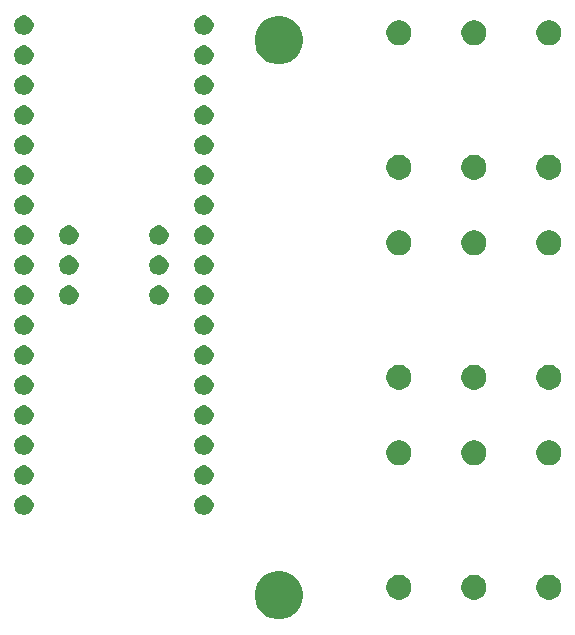
<source format=gbr>
G04 #@! TF.GenerationSoftware,KiCad,Pcbnew,5.1.5-52549c5~84~ubuntu18.04.1*
G04 #@! TF.CreationDate,2020-03-07T09:10:50-05:00*
G04 #@! TF.ProjectId,pedal-controller,70656461-6c2d-4636-9f6e-74726f6c6c65,rev?*
G04 #@! TF.SameCoordinates,Original*
G04 #@! TF.FileFunction,Soldermask,Top*
G04 #@! TF.FilePolarity,Negative*
%FSLAX46Y46*%
G04 Gerber Fmt 4.6, Leading zero omitted, Abs format (unit mm)*
G04 Created by KiCad (PCBNEW 5.1.5-52549c5~84~ubuntu18.04.1) date 2020-03-07 09:10:50*
%MOMM*%
%LPD*%
G04 APERTURE LIST*
%ADD10C,0.100000*%
G04 APERTURE END LIST*
D10*
G36*
X145378254Y-104707818D02*
G01*
X145751511Y-104862426D01*
X145751513Y-104862427D01*
X146087436Y-105086884D01*
X146373116Y-105372564D01*
X146479760Y-105532167D01*
X146597574Y-105708489D01*
X146752182Y-106081746D01*
X146831000Y-106477993D01*
X146831000Y-106882007D01*
X146752182Y-107278254D01*
X146597574Y-107651511D01*
X146597573Y-107651513D01*
X146373116Y-107987436D01*
X146087436Y-108273116D01*
X145751513Y-108497573D01*
X145751512Y-108497574D01*
X145751511Y-108497574D01*
X145378254Y-108652182D01*
X144982007Y-108731000D01*
X144577993Y-108731000D01*
X144181746Y-108652182D01*
X143808489Y-108497574D01*
X143808488Y-108497574D01*
X143808487Y-108497573D01*
X143472564Y-108273116D01*
X143186884Y-107987436D01*
X142962427Y-107651513D01*
X142962426Y-107651511D01*
X142807818Y-107278254D01*
X142729000Y-106882007D01*
X142729000Y-106477993D01*
X142807818Y-106081746D01*
X142962426Y-105708489D01*
X143080241Y-105532167D01*
X143186884Y-105372564D01*
X143472564Y-105086884D01*
X143808487Y-104862427D01*
X143808489Y-104862426D01*
X144181746Y-104707818D01*
X144577993Y-104629000D01*
X144982007Y-104629000D01*
X145378254Y-104707818D01*
G37*
G36*
X167946564Y-105019389D02*
G01*
X168137833Y-105098615D01*
X168137835Y-105098616D01*
X168309973Y-105213635D01*
X168456365Y-105360027D01*
X168571385Y-105532167D01*
X168650611Y-105723436D01*
X168691000Y-105926484D01*
X168691000Y-106133516D01*
X168650611Y-106336564D01*
X168592029Y-106477993D01*
X168571384Y-106527835D01*
X168456365Y-106699973D01*
X168309973Y-106846365D01*
X168137835Y-106961384D01*
X168137834Y-106961385D01*
X168137833Y-106961385D01*
X167946564Y-107040611D01*
X167743516Y-107081000D01*
X167536484Y-107081000D01*
X167333436Y-107040611D01*
X167142167Y-106961385D01*
X167142166Y-106961385D01*
X167142165Y-106961384D01*
X166970027Y-106846365D01*
X166823635Y-106699973D01*
X166708616Y-106527835D01*
X166687971Y-106477993D01*
X166629389Y-106336564D01*
X166589000Y-106133516D01*
X166589000Y-105926484D01*
X166629389Y-105723436D01*
X166708615Y-105532167D01*
X166823635Y-105360027D01*
X166970027Y-105213635D01*
X167142165Y-105098616D01*
X167142167Y-105098615D01*
X167333436Y-105019389D01*
X167536484Y-104979000D01*
X167743516Y-104979000D01*
X167946564Y-105019389D01*
G37*
G36*
X155246564Y-105019389D02*
G01*
X155437833Y-105098615D01*
X155437835Y-105098616D01*
X155609973Y-105213635D01*
X155756365Y-105360027D01*
X155871385Y-105532167D01*
X155950611Y-105723436D01*
X155991000Y-105926484D01*
X155991000Y-106133516D01*
X155950611Y-106336564D01*
X155892029Y-106477993D01*
X155871384Y-106527835D01*
X155756365Y-106699973D01*
X155609973Y-106846365D01*
X155437835Y-106961384D01*
X155437834Y-106961385D01*
X155437833Y-106961385D01*
X155246564Y-107040611D01*
X155043516Y-107081000D01*
X154836484Y-107081000D01*
X154633436Y-107040611D01*
X154442167Y-106961385D01*
X154442166Y-106961385D01*
X154442165Y-106961384D01*
X154270027Y-106846365D01*
X154123635Y-106699973D01*
X154008616Y-106527835D01*
X153987971Y-106477993D01*
X153929389Y-106336564D01*
X153889000Y-106133516D01*
X153889000Y-105926484D01*
X153929389Y-105723436D01*
X154008615Y-105532167D01*
X154123635Y-105360027D01*
X154270027Y-105213635D01*
X154442165Y-105098616D01*
X154442167Y-105098615D01*
X154633436Y-105019389D01*
X154836484Y-104979000D01*
X155043516Y-104979000D01*
X155246564Y-105019389D01*
G37*
G36*
X161596564Y-105019389D02*
G01*
X161787833Y-105098615D01*
X161787835Y-105098616D01*
X161959973Y-105213635D01*
X162106365Y-105360027D01*
X162221385Y-105532167D01*
X162300611Y-105723436D01*
X162341000Y-105926484D01*
X162341000Y-106133516D01*
X162300611Y-106336564D01*
X162242029Y-106477993D01*
X162221384Y-106527835D01*
X162106365Y-106699973D01*
X161959973Y-106846365D01*
X161787835Y-106961384D01*
X161787834Y-106961385D01*
X161787833Y-106961385D01*
X161596564Y-107040611D01*
X161393516Y-107081000D01*
X161186484Y-107081000D01*
X160983436Y-107040611D01*
X160792167Y-106961385D01*
X160792166Y-106961385D01*
X160792165Y-106961384D01*
X160620027Y-106846365D01*
X160473635Y-106699973D01*
X160358616Y-106527835D01*
X160337971Y-106477993D01*
X160279389Y-106336564D01*
X160239000Y-106133516D01*
X160239000Y-105926484D01*
X160279389Y-105723436D01*
X160358615Y-105532167D01*
X160473635Y-105360027D01*
X160620027Y-105213635D01*
X160792165Y-105098616D01*
X160792167Y-105098615D01*
X160983436Y-105019389D01*
X161186484Y-104979000D01*
X161393516Y-104979000D01*
X161596564Y-105019389D01*
G37*
G36*
X138667142Y-98278242D02*
G01*
X138815101Y-98339529D01*
X138948255Y-98428499D01*
X139061501Y-98541745D01*
X139150471Y-98674899D01*
X139211758Y-98822858D01*
X139243000Y-98979925D01*
X139243000Y-99140075D01*
X139211758Y-99297142D01*
X139150471Y-99445101D01*
X139061501Y-99578255D01*
X138948255Y-99691501D01*
X138815101Y-99780471D01*
X138667142Y-99841758D01*
X138510075Y-99873000D01*
X138349925Y-99873000D01*
X138192858Y-99841758D01*
X138044899Y-99780471D01*
X137911745Y-99691501D01*
X137798499Y-99578255D01*
X137709529Y-99445101D01*
X137648242Y-99297142D01*
X137617000Y-99140075D01*
X137617000Y-98979925D01*
X137648242Y-98822858D01*
X137709529Y-98674899D01*
X137798499Y-98541745D01*
X137911745Y-98428499D01*
X138044899Y-98339529D01*
X138192858Y-98278242D01*
X138349925Y-98247000D01*
X138510075Y-98247000D01*
X138667142Y-98278242D01*
G37*
G36*
X123427142Y-98278242D02*
G01*
X123575101Y-98339529D01*
X123708255Y-98428499D01*
X123821501Y-98541745D01*
X123910471Y-98674899D01*
X123971758Y-98822858D01*
X124003000Y-98979925D01*
X124003000Y-99140075D01*
X123971758Y-99297142D01*
X123910471Y-99445101D01*
X123821501Y-99578255D01*
X123708255Y-99691501D01*
X123575101Y-99780471D01*
X123427142Y-99841758D01*
X123270075Y-99873000D01*
X123109925Y-99873000D01*
X122952858Y-99841758D01*
X122804899Y-99780471D01*
X122671745Y-99691501D01*
X122558499Y-99578255D01*
X122469529Y-99445101D01*
X122408242Y-99297142D01*
X122377000Y-99140075D01*
X122377000Y-98979925D01*
X122408242Y-98822858D01*
X122469529Y-98674899D01*
X122558499Y-98541745D01*
X122671745Y-98428499D01*
X122804899Y-98339529D01*
X122952858Y-98278242D01*
X123109925Y-98247000D01*
X123270075Y-98247000D01*
X123427142Y-98278242D01*
G37*
G36*
X123427142Y-95738242D02*
G01*
X123575101Y-95799529D01*
X123708255Y-95888499D01*
X123821501Y-96001745D01*
X123910471Y-96134899D01*
X123971758Y-96282858D01*
X124003000Y-96439925D01*
X124003000Y-96600075D01*
X123971758Y-96757142D01*
X123910471Y-96905101D01*
X123821501Y-97038255D01*
X123708255Y-97151501D01*
X123575101Y-97240471D01*
X123427142Y-97301758D01*
X123270075Y-97333000D01*
X123109925Y-97333000D01*
X122952858Y-97301758D01*
X122804899Y-97240471D01*
X122671745Y-97151501D01*
X122558499Y-97038255D01*
X122469529Y-96905101D01*
X122408242Y-96757142D01*
X122377000Y-96600075D01*
X122377000Y-96439925D01*
X122408242Y-96282858D01*
X122469529Y-96134899D01*
X122558499Y-96001745D01*
X122671745Y-95888499D01*
X122804899Y-95799529D01*
X122952858Y-95738242D01*
X123109925Y-95707000D01*
X123270075Y-95707000D01*
X123427142Y-95738242D01*
G37*
G36*
X138667142Y-95738242D02*
G01*
X138815101Y-95799529D01*
X138948255Y-95888499D01*
X139061501Y-96001745D01*
X139150471Y-96134899D01*
X139211758Y-96282858D01*
X139243000Y-96439925D01*
X139243000Y-96600075D01*
X139211758Y-96757142D01*
X139150471Y-96905101D01*
X139061501Y-97038255D01*
X138948255Y-97151501D01*
X138815101Y-97240471D01*
X138667142Y-97301758D01*
X138510075Y-97333000D01*
X138349925Y-97333000D01*
X138192858Y-97301758D01*
X138044899Y-97240471D01*
X137911745Y-97151501D01*
X137798499Y-97038255D01*
X137709529Y-96905101D01*
X137648242Y-96757142D01*
X137617000Y-96600075D01*
X137617000Y-96439925D01*
X137648242Y-96282858D01*
X137709529Y-96134899D01*
X137798499Y-96001745D01*
X137911745Y-95888499D01*
X138044899Y-95799529D01*
X138192858Y-95738242D01*
X138349925Y-95707000D01*
X138510075Y-95707000D01*
X138667142Y-95738242D01*
G37*
G36*
X167946564Y-93619389D02*
G01*
X168137833Y-93698615D01*
X168137835Y-93698616D01*
X168309973Y-93813635D01*
X168456365Y-93960027D01*
X168571385Y-94132167D01*
X168650611Y-94323436D01*
X168691000Y-94526484D01*
X168691000Y-94733516D01*
X168650611Y-94936564D01*
X168571385Y-95127833D01*
X168571384Y-95127835D01*
X168456365Y-95299973D01*
X168309973Y-95446365D01*
X168137835Y-95561384D01*
X168137834Y-95561385D01*
X168137833Y-95561385D01*
X167946564Y-95640611D01*
X167743516Y-95681000D01*
X167536484Y-95681000D01*
X167333436Y-95640611D01*
X167142167Y-95561385D01*
X167142166Y-95561385D01*
X167142165Y-95561384D01*
X166970027Y-95446365D01*
X166823635Y-95299973D01*
X166708616Y-95127835D01*
X166708615Y-95127833D01*
X166629389Y-94936564D01*
X166589000Y-94733516D01*
X166589000Y-94526484D01*
X166629389Y-94323436D01*
X166708615Y-94132167D01*
X166823635Y-93960027D01*
X166970027Y-93813635D01*
X167142165Y-93698616D01*
X167142167Y-93698615D01*
X167333436Y-93619389D01*
X167536484Y-93579000D01*
X167743516Y-93579000D01*
X167946564Y-93619389D01*
G37*
G36*
X161596564Y-93619389D02*
G01*
X161787833Y-93698615D01*
X161787835Y-93698616D01*
X161959973Y-93813635D01*
X162106365Y-93960027D01*
X162221385Y-94132167D01*
X162300611Y-94323436D01*
X162341000Y-94526484D01*
X162341000Y-94733516D01*
X162300611Y-94936564D01*
X162221385Y-95127833D01*
X162221384Y-95127835D01*
X162106365Y-95299973D01*
X161959973Y-95446365D01*
X161787835Y-95561384D01*
X161787834Y-95561385D01*
X161787833Y-95561385D01*
X161596564Y-95640611D01*
X161393516Y-95681000D01*
X161186484Y-95681000D01*
X160983436Y-95640611D01*
X160792167Y-95561385D01*
X160792166Y-95561385D01*
X160792165Y-95561384D01*
X160620027Y-95446365D01*
X160473635Y-95299973D01*
X160358616Y-95127835D01*
X160358615Y-95127833D01*
X160279389Y-94936564D01*
X160239000Y-94733516D01*
X160239000Y-94526484D01*
X160279389Y-94323436D01*
X160358615Y-94132167D01*
X160473635Y-93960027D01*
X160620027Y-93813635D01*
X160792165Y-93698616D01*
X160792167Y-93698615D01*
X160983436Y-93619389D01*
X161186484Y-93579000D01*
X161393516Y-93579000D01*
X161596564Y-93619389D01*
G37*
G36*
X155246564Y-93619389D02*
G01*
X155437833Y-93698615D01*
X155437835Y-93698616D01*
X155609973Y-93813635D01*
X155756365Y-93960027D01*
X155871385Y-94132167D01*
X155950611Y-94323436D01*
X155991000Y-94526484D01*
X155991000Y-94733516D01*
X155950611Y-94936564D01*
X155871385Y-95127833D01*
X155871384Y-95127835D01*
X155756365Y-95299973D01*
X155609973Y-95446365D01*
X155437835Y-95561384D01*
X155437834Y-95561385D01*
X155437833Y-95561385D01*
X155246564Y-95640611D01*
X155043516Y-95681000D01*
X154836484Y-95681000D01*
X154633436Y-95640611D01*
X154442167Y-95561385D01*
X154442166Y-95561385D01*
X154442165Y-95561384D01*
X154270027Y-95446365D01*
X154123635Y-95299973D01*
X154008616Y-95127835D01*
X154008615Y-95127833D01*
X153929389Y-94936564D01*
X153889000Y-94733516D01*
X153889000Y-94526484D01*
X153929389Y-94323436D01*
X154008615Y-94132167D01*
X154123635Y-93960027D01*
X154270027Y-93813635D01*
X154442165Y-93698616D01*
X154442167Y-93698615D01*
X154633436Y-93619389D01*
X154836484Y-93579000D01*
X155043516Y-93579000D01*
X155246564Y-93619389D01*
G37*
G36*
X123427142Y-93198242D02*
G01*
X123575101Y-93259529D01*
X123708255Y-93348499D01*
X123821501Y-93461745D01*
X123910471Y-93594899D01*
X123971758Y-93742858D01*
X124003000Y-93899925D01*
X124003000Y-94060075D01*
X123971758Y-94217142D01*
X123910471Y-94365101D01*
X123821501Y-94498255D01*
X123708255Y-94611501D01*
X123575101Y-94700471D01*
X123427142Y-94761758D01*
X123270075Y-94793000D01*
X123109925Y-94793000D01*
X122952858Y-94761758D01*
X122804899Y-94700471D01*
X122671745Y-94611501D01*
X122558499Y-94498255D01*
X122469529Y-94365101D01*
X122408242Y-94217142D01*
X122377000Y-94060075D01*
X122377000Y-93899925D01*
X122408242Y-93742858D01*
X122469529Y-93594899D01*
X122558499Y-93461745D01*
X122671745Y-93348499D01*
X122804899Y-93259529D01*
X122952858Y-93198242D01*
X123109925Y-93167000D01*
X123270075Y-93167000D01*
X123427142Y-93198242D01*
G37*
G36*
X138667142Y-93198242D02*
G01*
X138815101Y-93259529D01*
X138948255Y-93348499D01*
X139061501Y-93461745D01*
X139150471Y-93594899D01*
X139211758Y-93742858D01*
X139243000Y-93899925D01*
X139243000Y-94060075D01*
X139211758Y-94217142D01*
X139150471Y-94365101D01*
X139061501Y-94498255D01*
X138948255Y-94611501D01*
X138815101Y-94700471D01*
X138667142Y-94761758D01*
X138510075Y-94793000D01*
X138349925Y-94793000D01*
X138192858Y-94761758D01*
X138044899Y-94700471D01*
X137911745Y-94611501D01*
X137798499Y-94498255D01*
X137709529Y-94365101D01*
X137648242Y-94217142D01*
X137617000Y-94060075D01*
X137617000Y-93899925D01*
X137648242Y-93742858D01*
X137709529Y-93594899D01*
X137798499Y-93461745D01*
X137911745Y-93348499D01*
X138044899Y-93259529D01*
X138192858Y-93198242D01*
X138349925Y-93167000D01*
X138510075Y-93167000D01*
X138667142Y-93198242D01*
G37*
G36*
X123427142Y-90658242D02*
G01*
X123575101Y-90719529D01*
X123708255Y-90808499D01*
X123821501Y-90921745D01*
X123910471Y-91054899D01*
X123971758Y-91202858D01*
X124003000Y-91359925D01*
X124003000Y-91520075D01*
X123971758Y-91677142D01*
X123910471Y-91825101D01*
X123821501Y-91958255D01*
X123708255Y-92071501D01*
X123575101Y-92160471D01*
X123427142Y-92221758D01*
X123270075Y-92253000D01*
X123109925Y-92253000D01*
X122952858Y-92221758D01*
X122804899Y-92160471D01*
X122671745Y-92071501D01*
X122558499Y-91958255D01*
X122469529Y-91825101D01*
X122408242Y-91677142D01*
X122377000Y-91520075D01*
X122377000Y-91359925D01*
X122408242Y-91202858D01*
X122469529Y-91054899D01*
X122558499Y-90921745D01*
X122671745Y-90808499D01*
X122804899Y-90719529D01*
X122952858Y-90658242D01*
X123109925Y-90627000D01*
X123270075Y-90627000D01*
X123427142Y-90658242D01*
G37*
G36*
X138667142Y-90658242D02*
G01*
X138815101Y-90719529D01*
X138948255Y-90808499D01*
X139061501Y-90921745D01*
X139150471Y-91054899D01*
X139211758Y-91202858D01*
X139243000Y-91359925D01*
X139243000Y-91520075D01*
X139211758Y-91677142D01*
X139150471Y-91825101D01*
X139061501Y-91958255D01*
X138948255Y-92071501D01*
X138815101Y-92160471D01*
X138667142Y-92221758D01*
X138510075Y-92253000D01*
X138349925Y-92253000D01*
X138192858Y-92221758D01*
X138044899Y-92160471D01*
X137911745Y-92071501D01*
X137798499Y-91958255D01*
X137709529Y-91825101D01*
X137648242Y-91677142D01*
X137617000Y-91520075D01*
X137617000Y-91359925D01*
X137648242Y-91202858D01*
X137709529Y-91054899D01*
X137798499Y-90921745D01*
X137911745Y-90808499D01*
X138044899Y-90719529D01*
X138192858Y-90658242D01*
X138349925Y-90627000D01*
X138510075Y-90627000D01*
X138667142Y-90658242D01*
G37*
G36*
X138667142Y-88118242D02*
G01*
X138815101Y-88179529D01*
X138948255Y-88268499D01*
X139061501Y-88381745D01*
X139150471Y-88514899D01*
X139211758Y-88662858D01*
X139243000Y-88819925D01*
X139243000Y-88980075D01*
X139211758Y-89137142D01*
X139150471Y-89285101D01*
X139061501Y-89418255D01*
X138948255Y-89531501D01*
X138815101Y-89620471D01*
X138667142Y-89681758D01*
X138510075Y-89713000D01*
X138349925Y-89713000D01*
X138192858Y-89681758D01*
X138044899Y-89620471D01*
X137911745Y-89531501D01*
X137798499Y-89418255D01*
X137709529Y-89285101D01*
X137648242Y-89137142D01*
X137617000Y-88980075D01*
X137617000Y-88819925D01*
X137648242Y-88662858D01*
X137709529Y-88514899D01*
X137798499Y-88381745D01*
X137911745Y-88268499D01*
X138044899Y-88179529D01*
X138192858Y-88118242D01*
X138349925Y-88087000D01*
X138510075Y-88087000D01*
X138667142Y-88118242D01*
G37*
G36*
X123427142Y-88118242D02*
G01*
X123575101Y-88179529D01*
X123708255Y-88268499D01*
X123821501Y-88381745D01*
X123910471Y-88514899D01*
X123971758Y-88662858D01*
X124003000Y-88819925D01*
X124003000Y-88980075D01*
X123971758Y-89137142D01*
X123910471Y-89285101D01*
X123821501Y-89418255D01*
X123708255Y-89531501D01*
X123575101Y-89620471D01*
X123427142Y-89681758D01*
X123270075Y-89713000D01*
X123109925Y-89713000D01*
X122952858Y-89681758D01*
X122804899Y-89620471D01*
X122671745Y-89531501D01*
X122558499Y-89418255D01*
X122469529Y-89285101D01*
X122408242Y-89137142D01*
X122377000Y-88980075D01*
X122377000Y-88819925D01*
X122408242Y-88662858D01*
X122469529Y-88514899D01*
X122558499Y-88381745D01*
X122671745Y-88268499D01*
X122804899Y-88179529D01*
X122952858Y-88118242D01*
X123109925Y-88087000D01*
X123270075Y-88087000D01*
X123427142Y-88118242D01*
G37*
G36*
X161596564Y-87239389D02*
G01*
X161787833Y-87318615D01*
X161787835Y-87318616D01*
X161959973Y-87433635D01*
X162106365Y-87580027D01*
X162221385Y-87752167D01*
X162300611Y-87943436D01*
X162341000Y-88146484D01*
X162341000Y-88353516D01*
X162300611Y-88556564D01*
X162221385Y-88747833D01*
X162221384Y-88747835D01*
X162106365Y-88919973D01*
X161959973Y-89066365D01*
X161787835Y-89181384D01*
X161787834Y-89181385D01*
X161787833Y-89181385D01*
X161596564Y-89260611D01*
X161393516Y-89301000D01*
X161186484Y-89301000D01*
X160983436Y-89260611D01*
X160792167Y-89181385D01*
X160792166Y-89181385D01*
X160792165Y-89181384D01*
X160620027Y-89066365D01*
X160473635Y-88919973D01*
X160358616Y-88747835D01*
X160358615Y-88747833D01*
X160279389Y-88556564D01*
X160239000Y-88353516D01*
X160239000Y-88146484D01*
X160279389Y-87943436D01*
X160358615Y-87752167D01*
X160473635Y-87580027D01*
X160620027Y-87433635D01*
X160792165Y-87318616D01*
X160792167Y-87318615D01*
X160983436Y-87239389D01*
X161186484Y-87199000D01*
X161393516Y-87199000D01*
X161596564Y-87239389D01*
G37*
G36*
X167946564Y-87239389D02*
G01*
X168137833Y-87318615D01*
X168137835Y-87318616D01*
X168309973Y-87433635D01*
X168456365Y-87580027D01*
X168571385Y-87752167D01*
X168650611Y-87943436D01*
X168691000Y-88146484D01*
X168691000Y-88353516D01*
X168650611Y-88556564D01*
X168571385Y-88747833D01*
X168571384Y-88747835D01*
X168456365Y-88919973D01*
X168309973Y-89066365D01*
X168137835Y-89181384D01*
X168137834Y-89181385D01*
X168137833Y-89181385D01*
X167946564Y-89260611D01*
X167743516Y-89301000D01*
X167536484Y-89301000D01*
X167333436Y-89260611D01*
X167142167Y-89181385D01*
X167142166Y-89181385D01*
X167142165Y-89181384D01*
X166970027Y-89066365D01*
X166823635Y-88919973D01*
X166708616Y-88747835D01*
X166708615Y-88747833D01*
X166629389Y-88556564D01*
X166589000Y-88353516D01*
X166589000Y-88146484D01*
X166629389Y-87943436D01*
X166708615Y-87752167D01*
X166823635Y-87580027D01*
X166970027Y-87433635D01*
X167142165Y-87318616D01*
X167142167Y-87318615D01*
X167333436Y-87239389D01*
X167536484Y-87199000D01*
X167743516Y-87199000D01*
X167946564Y-87239389D01*
G37*
G36*
X155246564Y-87239389D02*
G01*
X155437833Y-87318615D01*
X155437835Y-87318616D01*
X155609973Y-87433635D01*
X155756365Y-87580027D01*
X155871385Y-87752167D01*
X155950611Y-87943436D01*
X155991000Y-88146484D01*
X155991000Y-88353516D01*
X155950611Y-88556564D01*
X155871385Y-88747833D01*
X155871384Y-88747835D01*
X155756365Y-88919973D01*
X155609973Y-89066365D01*
X155437835Y-89181384D01*
X155437834Y-89181385D01*
X155437833Y-89181385D01*
X155246564Y-89260611D01*
X155043516Y-89301000D01*
X154836484Y-89301000D01*
X154633436Y-89260611D01*
X154442167Y-89181385D01*
X154442166Y-89181385D01*
X154442165Y-89181384D01*
X154270027Y-89066365D01*
X154123635Y-88919973D01*
X154008616Y-88747835D01*
X154008615Y-88747833D01*
X153929389Y-88556564D01*
X153889000Y-88353516D01*
X153889000Y-88146484D01*
X153929389Y-87943436D01*
X154008615Y-87752167D01*
X154123635Y-87580027D01*
X154270027Y-87433635D01*
X154442165Y-87318616D01*
X154442167Y-87318615D01*
X154633436Y-87239389D01*
X154836484Y-87199000D01*
X155043516Y-87199000D01*
X155246564Y-87239389D01*
G37*
G36*
X138667142Y-85578242D02*
G01*
X138815101Y-85639529D01*
X138948255Y-85728499D01*
X139061501Y-85841745D01*
X139150471Y-85974899D01*
X139211758Y-86122858D01*
X139243000Y-86279925D01*
X139243000Y-86440075D01*
X139211758Y-86597142D01*
X139150471Y-86745101D01*
X139061501Y-86878255D01*
X138948255Y-86991501D01*
X138815101Y-87080471D01*
X138667142Y-87141758D01*
X138510075Y-87173000D01*
X138349925Y-87173000D01*
X138192858Y-87141758D01*
X138044899Y-87080471D01*
X137911745Y-86991501D01*
X137798499Y-86878255D01*
X137709529Y-86745101D01*
X137648242Y-86597142D01*
X137617000Y-86440075D01*
X137617000Y-86279925D01*
X137648242Y-86122858D01*
X137709529Y-85974899D01*
X137798499Y-85841745D01*
X137911745Y-85728499D01*
X138044899Y-85639529D01*
X138192858Y-85578242D01*
X138349925Y-85547000D01*
X138510075Y-85547000D01*
X138667142Y-85578242D01*
G37*
G36*
X123427142Y-85578242D02*
G01*
X123575101Y-85639529D01*
X123708255Y-85728499D01*
X123821501Y-85841745D01*
X123910471Y-85974899D01*
X123971758Y-86122858D01*
X124003000Y-86279925D01*
X124003000Y-86440075D01*
X123971758Y-86597142D01*
X123910471Y-86745101D01*
X123821501Y-86878255D01*
X123708255Y-86991501D01*
X123575101Y-87080471D01*
X123427142Y-87141758D01*
X123270075Y-87173000D01*
X123109925Y-87173000D01*
X122952858Y-87141758D01*
X122804899Y-87080471D01*
X122671745Y-86991501D01*
X122558499Y-86878255D01*
X122469529Y-86745101D01*
X122408242Y-86597142D01*
X122377000Y-86440075D01*
X122377000Y-86279925D01*
X122408242Y-86122858D01*
X122469529Y-85974899D01*
X122558499Y-85841745D01*
X122671745Y-85728499D01*
X122804899Y-85639529D01*
X122952858Y-85578242D01*
X123109925Y-85547000D01*
X123270075Y-85547000D01*
X123427142Y-85578242D01*
G37*
G36*
X123427142Y-83038242D02*
G01*
X123575101Y-83099529D01*
X123708255Y-83188499D01*
X123821501Y-83301745D01*
X123910471Y-83434899D01*
X123971758Y-83582858D01*
X124003000Y-83739925D01*
X124003000Y-83900075D01*
X123971758Y-84057142D01*
X123910471Y-84205101D01*
X123821501Y-84338255D01*
X123708255Y-84451501D01*
X123575101Y-84540471D01*
X123427142Y-84601758D01*
X123270075Y-84633000D01*
X123109925Y-84633000D01*
X122952858Y-84601758D01*
X122804899Y-84540471D01*
X122671745Y-84451501D01*
X122558499Y-84338255D01*
X122469529Y-84205101D01*
X122408242Y-84057142D01*
X122377000Y-83900075D01*
X122377000Y-83739925D01*
X122408242Y-83582858D01*
X122469529Y-83434899D01*
X122558499Y-83301745D01*
X122671745Y-83188499D01*
X122804899Y-83099529D01*
X122952858Y-83038242D01*
X123109925Y-83007000D01*
X123270075Y-83007000D01*
X123427142Y-83038242D01*
G37*
G36*
X138667142Y-83038242D02*
G01*
X138815101Y-83099529D01*
X138948255Y-83188499D01*
X139061501Y-83301745D01*
X139150471Y-83434899D01*
X139211758Y-83582858D01*
X139243000Y-83739925D01*
X139243000Y-83900075D01*
X139211758Y-84057142D01*
X139150471Y-84205101D01*
X139061501Y-84338255D01*
X138948255Y-84451501D01*
X138815101Y-84540471D01*
X138667142Y-84601758D01*
X138510075Y-84633000D01*
X138349925Y-84633000D01*
X138192858Y-84601758D01*
X138044899Y-84540471D01*
X137911745Y-84451501D01*
X137798499Y-84338255D01*
X137709529Y-84205101D01*
X137648242Y-84057142D01*
X137617000Y-83900075D01*
X137617000Y-83739925D01*
X137648242Y-83582858D01*
X137709529Y-83434899D01*
X137798499Y-83301745D01*
X137911745Y-83188499D01*
X138044899Y-83099529D01*
X138192858Y-83038242D01*
X138349925Y-83007000D01*
X138510075Y-83007000D01*
X138667142Y-83038242D01*
G37*
G36*
X127237142Y-80498242D02*
G01*
X127385101Y-80559529D01*
X127518255Y-80648499D01*
X127631501Y-80761745D01*
X127720471Y-80894899D01*
X127781758Y-81042858D01*
X127813000Y-81199925D01*
X127813000Y-81360075D01*
X127781758Y-81517142D01*
X127720471Y-81665101D01*
X127631501Y-81798255D01*
X127518255Y-81911501D01*
X127385101Y-82000471D01*
X127237142Y-82061758D01*
X127080075Y-82093000D01*
X126919925Y-82093000D01*
X126762858Y-82061758D01*
X126614899Y-82000471D01*
X126481745Y-81911501D01*
X126368499Y-81798255D01*
X126279529Y-81665101D01*
X126218242Y-81517142D01*
X126187000Y-81360075D01*
X126187000Y-81199925D01*
X126218242Y-81042858D01*
X126279529Y-80894899D01*
X126368499Y-80761745D01*
X126481745Y-80648499D01*
X126614899Y-80559529D01*
X126762858Y-80498242D01*
X126919925Y-80467000D01*
X127080075Y-80467000D01*
X127237142Y-80498242D01*
G37*
G36*
X123427142Y-80498242D02*
G01*
X123575101Y-80559529D01*
X123708255Y-80648499D01*
X123821501Y-80761745D01*
X123910471Y-80894899D01*
X123971758Y-81042858D01*
X124003000Y-81199925D01*
X124003000Y-81360075D01*
X123971758Y-81517142D01*
X123910471Y-81665101D01*
X123821501Y-81798255D01*
X123708255Y-81911501D01*
X123575101Y-82000471D01*
X123427142Y-82061758D01*
X123270075Y-82093000D01*
X123109925Y-82093000D01*
X122952858Y-82061758D01*
X122804899Y-82000471D01*
X122671745Y-81911501D01*
X122558499Y-81798255D01*
X122469529Y-81665101D01*
X122408242Y-81517142D01*
X122377000Y-81360075D01*
X122377000Y-81199925D01*
X122408242Y-81042858D01*
X122469529Y-80894899D01*
X122558499Y-80761745D01*
X122671745Y-80648499D01*
X122804899Y-80559529D01*
X122952858Y-80498242D01*
X123109925Y-80467000D01*
X123270075Y-80467000D01*
X123427142Y-80498242D01*
G37*
G36*
X134857142Y-80498242D02*
G01*
X135005101Y-80559529D01*
X135138255Y-80648499D01*
X135251501Y-80761745D01*
X135340471Y-80894899D01*
X135401758Y-81042858D01*
X135433000Y-81199925D01*
X135433000Y-81360075D01*
X135401758Y-81517142D01*
X135340471Y-81665101D01*
X135251501Y-81798255D01*
X135138255Y-81911501D01*
X135005101Y-82000471D01*
X134857142Y-82061758D01*
X134700075Y-82093000D01*
X134539925Y-82093000D01*
X134382858Y-82061758D01*
X134234899Y-82000471D01*
X134101745Y-81911501D01*
X133988499Y-81798255D01*
X133899529Y-81665101D01*
X133838242Y-81517142D01*
X133807000Y-81360075D01*
X133807000Y-81199925D01*
X133838242Y-81042858D01*
X133899529Y-80894899D01*
X133988499Y-80761745D01*
X134101745Y-80648499D01*
X134234899Y-80559529D01*
X134382858Y-80498242D01*
X134539925Y-80467000D01*
X134700075Y-80467000D01*
X134857142Y-80498242D01*
G37*
G36*
X138667142Y-80498242D02*
G01*
X138815101Y-80559529D01*
X138948255Y-80648499D01*
X139061501Y-80761745D01*
X139150471Y-80894899D01*
X139211758Y-81042858D01*
X139243000Y-81199925D01*
X139243000Y-81360075D01*
X139211758Y-81517142D01*
X139150471Y-81665101D01*
X139061501Y-81798255D01*
X138948255Y-81911501D01*
X138815101Y-82000471D01*
X138667142Y-82061758D01*
X138510075Y-82093000D01*
X138349925Y-82093000D01*
X138192858Y-82061758D01*
X138044899Y-82000471D01*
X137911745Y-81911501D01*
X137798499Y-81798255D01*
X137709529Y-81665101D01*
X137648242Y-81517142D01*
X137617000Y-81360075D01*
X137617000Y-81199925D01*
X137648242Y-81042858D01*
X137709529Y-80894899D01*
X137798499Y-80761745D01*
X137911745Y-80648499D01*
X138044899Y-80559529D01*
X138192858Y-80498242D01*
X138349925Y-80467000D01*
X138510075Y-80467000D01*
X138667142Y-80498242D01*
G37*
G36*
X123427142Y-77958242D02*
G01*
X123575101Y-78019529D01*
X123708255Y-78108499D01*
X123821501Y-78221745D01*
X123910471Y-78354899D01*
X123971758Y-78502858D01*
X124003000Y-78659925D01*
X124003000Y-78820075D01*
X123971758Y-78977142D01*
X123910471Y-79125101D01*
X123821501Y-79258255D01*
X123708255Y-79371501D01*
X123575101Y-79460471D01*
X123427142Y-79521758D01*
X123270075Y-79553000D01*
X123109925Y-79553000D01*
X122952858Y-79521758D01*
X122804899Y-79460471D01*
X122671745Y-79371501D01*
X122558499Y-79258255D01*
X122469529Y-79125101D01*
X122408242Y-78977142D01*
X122377000Y-78820075D01*
X122377000Y-78659925D01*
X122408242Y-78502858D01*
X122469529Y-78354899D01*
X122558499Y-78221745D01*
X122671745Y-78108499D01*
X122804899Y-78019529D01*
X122952858Y-77958242D01*
X123109925Y-77927000D01*
X123270075Y-77927000D01*
X123427142Y-77958242D01*
G37*
G36*
X127237142Y-77958242D02*
G01*
X127385101Y-78019529D01*
X127518255Y-78108499D01*
X127631501Y-78221745D01*
X127720471Y-78354899D01*
X127781758Y-78502858D01*
X127813000Y-78659925D01*
X127813000Y-78820075D01*
X127781758Y-78977142D01*
X127720471Y-79125101D01*
X127631501Y-79258255D01*
X127518255Y-79371501D01*
X127385101Y-79460471D01*
X127237142Y-79521758D01*
X127080075Y-79553000D01*
X126919925Y-79553000D01*
X126762858Y-79521758D01*
X126614899Y-79460471D01*
X126481745Y-79371501D01*
X126368499Y-79258255D01*
X126279529Y-79125101D01*
X126218242Y-78977142D01*
X126187000Y-78820075D01*
X126187000Y-78659925D01*
X126218242Y-78502858D01*
X126279529Y-78354899D01*
X126368499Y-78221745D01*
X126481745Y-78108499D01*
X126614899Y-78019529D01*
X126762858Y-77958242D01*
X126919925Y-77927000D01*
X127080075Y-77927000D01*
X127237142Y-77958242D01*
G37*
G36*
X138667142Y-77958242D02*
G01*
X138815101Y-78019529D01*
X138948255Y-78108499D01*
X139061501Y-78221745D01*
X139150471Y-78354899D01*
X139211758Y-78502858D01*
X139243000Y-78659925D01*
X139243000Y-78820075D01*
X139211758Y-78977142D01*
X139150471Y-79125101D01*
X139061501Y-79258255D01*
X138948255Y-79371501D01*
X138815101Y-79460471D01*
X138667142Y-79521758D01*
X138510075Y-79553000D01*
X138349925Y-79553000D01*
X138192858Y-79521758D01*
X138044899Y-79460471D01*
X137911745Y-79371501D01*
X137798499Y-79258255D01*
X137709529Y-79125101D01*
X137648242Y-78977142D01*
X137617000Y-78820075D01*
X137617000Y-78659925D01*
X137648242Y-78502858D01*
X137709529Y-78354899D01*
X137798499Y-78221745D01*
X137911745Y-78108499D01*
X138044899Y-78019529D01*
X138192858Y-77958242D01*
X138349925Y-77927000D01*
X138510075Y-77927000D01*
X138667142Y-77958242D01*
G37*
G36*
X134857142Y-77958242D02*
G01*
X135005101Y-78019529D01*
X135138255Y-78108499D01*
X135251501Y-78221745D01*
X135340471Y-78354899D01*
X135401758Y-78502858D01*
X135433000Y-78659925D01*
X135433000Y-78820075D01*
X135401758Y-78977142D01*
X135340471Y-79125101D01*
X135251501Y-79258255D01*
X135138255Y-79371501D01*
X135005101Y-79460471D01*
X134857142Y-79521758D01*
X134700075Y-79553000D01*
X134539925Y-79553000D01*
X134382858Y-79521758D01*
X134234899Y-79460471D01*
X134101745Y-79371501D01*
X133988499Y-79258255D01*
X133899529Y-79125101D01*
X133838242Y-78977142D01*
X133807000Y-78820075D01*
X133807000Y-78659925D01*
X133838242Y-78502858D01*
X133899529Y-78354899D01*
X133988499Y-78221745D01*
X134101745Y-78108499D01*
X134234899Y-78019529D01*
X134382858Y-77958242D01*
X134539925Y-77927000D01*
X134700075Y-77927000D01*
X134857142Y-77958242D01*
G37*
G36*
X155246564Y-75839389D02*
G01*
X155437833Y-75918615D01*
X155437835Y-75918616D01*
X155609973Y-76033635D01*
X155756365Y-76180027D01*
X155871385Y-76352167D01*
X155950611Y-76543436D01*
X155991000Y-76746484D01*
X155991000Y-76953516D01*
X155950611Y-77156564D01*
X155871385Y-77347833D01*
X155871384Y-77347835D01*
X155756365Y-77519973D01*
X155609973Y-77666365D01*
X155437835Y-77781384D01*
X155437834Y-77781385D01*
X155437833Y-77781385D01*
X155246564Y-77860611D01*
X155043516Y-77901000D01*
X154836484Y-77901000D01*
X154633436Y-77860611D01*
X154442167Y-77781385D01*
X154442166Y-77781385D01*
X154442165Y-77781384D01*
X154270027Y-77666365D01*
X154123635Y-77519973D01*
X154008616Y-77347835D01*
X154008615Y-77347833D01*
X153929389Y-77156564D01*
X153889000Y-76953516D01*
X153889000Y-76746484D01*
X153929389Y-76543436D01*
X154008615Y-76352167D01*
X154123635Y-76180027D01*
X154270027Y-76033635D01*
X154442165Y-75918616D01*
X154442167Y-75918615D01*
X154633436Y-75839389D01*
X154836484Y-75799000D01*
X155043516Y-75799000D01*
X155246564Y-75839389D01*
G37*
G36*
X161596564Y-75839389D02*
G01*
X161787833Y-75918615D01*
X161787835Y-75918616D01*
X161959973Y-76033635D01*
X162106365Y-76180027D01*
X162221385Y-76352167D01*
X162300611Y-76543436D01*
X162341000Y-76746484D01*
X162341000Y-76953516D01*
X162300611Y-77156564D01*
X162221385Y-77347833D01*
X162221384Y-77347835D01*
X162106365Y-77519973D01*
X161959973Y-77666365D01*
X161787835Y-77781384D01*
X161787834Y-77781385D01*
X161787833Y-77781385D01*
X161596564Y-77860611D01*
X161393516Y-77901000D01*
X161186484Y-77901000D01*
X160983436Y-77860611D01*
X160792167Y-77781385D01*
X160792166Y-77781385D01*
X160792165Y-77781384D01*
X160620027Y-77666365D01*
X160473635Y-77519973D01*
X160358616Y-77347835D01*
X160358615Y-77347833D01*
X160279389Y-77156564D01*
X160239000Y-76953516D01*
X160239000Y-76746484D01*
X160279389Y-76543436D01*
X160358615Y-76352167D01*
X160473635Y-76180027D01*
X160620027Y-76033635D01*
X160792165Y-75918616D01*
X160792167Y-75918615D01*
X160983436Y-75839389D01*
X161186484Y-75799000D01*
X161393516Y-75799000D01*
X161596564Y-75839389D01*
G37*
G36*
X167946564Y-75839389D02*
G01*
X168137833Y-75918615D01*
X168137835Y-75918616D01*
X168309973Y-76033635D01*
X168456365Y-76180027D01*
X168571385Y-76352167D01*
X168650611Y-76543436D01*
X168691000Y-76746484D01*
X168691000Y-76953516D01*
X168650611Y-77156564D01*
X168571385Y-77347833D01*
X168571384Y-77347835D01*
X168456365Y-77519973D01*
X168309973Y-77666365D01*
X168137835Y-77781384D01*
X168137834Y-77781385D01*
X168137833Y-77781385D01*
X167946564Y-77860611D01*
X167743516Y-77901000D01*
X167536484Y-77901000D01*
X167333436Y-77860611D01*
X167142167Y-77781385D01*
X167142166Y-77781385D01*
X167142165Y-77781384D01*
X166970027Y-77666365D01*
X166823635Y-77519973D01*
X166708616Y-77347835D01*
X166708615Y-77347833D01*
X166629389Y-77156564D01*
X166589000Y-76953516D01*
X166589000Y-76746484D01*
X166629389Y-76543436D01*
X166708615Y-76352167D01*
X166823635Y-76180027D01*
X166970027Y-76033635D01*
X167142165Y-75918616D01*
X167142167Y-75918615D01*
X167333436Y-75839389D01*
X167536484Y-75799000D01*
X167743516Y-75799000D01*
X167946564Y-75839389D01*
G37*
G36*
X138667142Y-75418242D02*
G01*
X138815101Y-75479529D01*
X138948255Y-75568499D01*
X139061501Y-75681745D01*
X139150471Y-75814899D01*
X139211758Y-75962858D01*
X139243000Y-76119925D01*
X139243000Y-76280075D01*
X139211758Y-76437142D01*
X139150471Y-76585101D01*
X139061501Y-76718255D01*
X138948255Y-76831501D01*
X138815101Y-76920471D01*
X138667142Y-76981758D01*
X138510075Y-77013000D01*
X138349925Y-77013000D01*
X138192858Y-76981758D01*
X138044899Y-76920471D01*
X137911745Y-76831501D01*
X137798499Y-76718255D01*
X137709529Y-76585101D01*
X137648242Y-76437142D01*
X137617000Y-76280075D01*
X137617000Y-76119925D01*
X137648242Y-75962858D01*
X137709529Y-75814899D01*
X137798499Y-75681745D01*
X137911745Y-75568499D01*
X138044899Y-75479529D01*
X138192858Y-75418242D01*
X138349925Y-75387000D01*
X138510075Y-75387000D01*
X138667142Y-75418242D01*
G37*
G36*
X127237142Y-75418242D02*
G01*
X127385101Y-75479529D01*
X127518255Y-75568499D01*
X127631501Y-75681745D01*
X127720471Y-75814899D01*
X127781758Y-75962858D01*
X127813000Y-76119925D01*
X127813000Y-76280075D01*
X127781758Y-76437142D01*
X127720471Y-76585101D01*
X127631501Y-76718255D01*
X127518255Y-76831501D01*
X127385101Y-76920471D01*
X127237142Y-76981758D01*
X127080075Y-77013000D01*
X126919925Y-77013000D01*
X126762858Y-76981758D01*
X126614899Y-76920471D01*
X126481745Y-76831501D01*
X126368499Y-76718255D01*
X126279529Y-76585101D01*
X126218242Y-76437142D01*
X126187000Y-76280075D01*
X126187000Y-76119925D01*
X126218242Y-75962858D01*
X126279529Y-75814899D01*
X126368499Y-75681745D01*
X126481745Y-75568499D01*
X126614899Y-75479529D01*
X126762858Y-75418242D01*
X126919925Y-75387000D01*
X127080075Y-75387000D01*
X127237142Y-75418242D01*
G37*
G36*
X134857142Y-75418242D02*
G01*
X135005101Y-75479529D01*
X135138255Y-75568499D01*
X135251501Y-75681745D01*
X135340471Y-75814899D01*
X135401758Y-75962858D01*
X135433000Y-76119925D01*
X135433000Y-76280075D01*
X135401758Y-76437142D01*
X135340471Y-76585101D01*
X135251501Y-76718255D01*
X135138255Y-76831501D01*
X135005101Y-76920471D01*
X134857142Y-76981758D01*
X134700075Y-77013000D01*
X134539925Y-77013000D01*
X134382858Y-76981758D01*
X134234899Y-76920471D01*
X134101745Y-76831501D01*
X133988499Y-76718255D01*
X133899529Y-76585101D01*
X133838242Y-76437142D01*
X133807000Y-76280075D01*
X133807000Y-76119925D01*
X133838242Y-75962858D01*
X133899529Y-75814899D01*
X133988499Y-75681745D01*
X134101745Y-75568499D01*
X134234899Y-75479529D01*
X134382858Y-75418242D01*
X134539925Y-75387000D01*
X134700075Y-75387000D01*
X134857142Y-75418242D01*
G37*
G36*
X123427142Y-75418242D02*
G01*
X123575101Y-75479529D01*
X123708255Y-75568499D01*
X123821501Y-75681745D01*
X123910471Y-75814899D01*
X123971758Y-75962858D01*
X124003000Y-76119925D01*
X124003000Y-76280075D01*
X123971758Y-76437142D01*
X123910471Y-76585101D01*
X123821501Y-76718255D01*
X123708255Y-76831501D01*
X123575101Y-76920471D01*
X123427142Y-76981758D01*
X123270075Y-77013000D01*
X123109925Y-77013000D01*
X122952858Y-76981758D01*
X122804899Y-76920471D01*
X122671745Y-76831501D01*
X122558499Y-76718255D01*
X122469529Y-76585101D01*
X122408242Y-76437142D01*
X122377000Y-76280075D01*
X122377000Y-76119925D01*
X122408242Y-75962858D01*
X122469529Y-75814899D01*
X122558499Y-75681745D01*
X122671745Y-75568499D01*
X122804899Y-75479529D01*
X122952858Y-75418242D01*
X123109925Y-75387000D01*
X123270075Y-75387000D01*
X123427142Y-75418242D01*
G37*
G36*
X138667142Y-72878242D02*
G01*
X138815101Y-72939529D01*
X138948255Y-73028499D01*
X139061501Y-73141745D01*
X139150471Y-73274899D01*
X139211758Y-73422858D01*
X139243000Y-73579925D01*
X139243000Y-73740075D01*
X139211758Y-73897142D01*
X139150471Y-74045101D01*
X139061501Y-74178255D01*
X138948255Y-74291501D01*
X138815101Y-74380471D01*
X138667142Y-74441758D01*
X138510075Y-74473000D01*
X138349925Y-74473000D01*
X138192858Y-74441758D01*
X138044899Y-74380471D01*
X137911745Y-74291501D01*
X137798499Y-74178255D01*
X137709529Y-74045101D01*
X137648242Y-73897142D01*
X137617000Y-73740075D01*
X137617000Y-73579925D01*
X137648242Y-73422858D01*
X137709529Y-73274899D01*
X137798499Y-73141745D01*
X137911745Y-73028499D01*
X138044899Y-72939529D01*
X138192858Y-72878242D01*
X138349925Y-72847000D01*
X138510075Y-72847000D01*
X138667142Y-72878242D01*
G37*
G36*
X123427142Y-72878242D02*
G01*
X123575101Y-72939529D01*
X123708255Y-73028499D01*
X123821501Y-73141745D01*
X123910471Y-73274899D01*
X123971758Y-73422858D01*
X124003000Y-73579925D01*
X124003000Y-73740075D01*
X123971758Y-73897142D01*
X123910471Y-74045101D01*
X123821501Y-74178255D01*
X123708255Y-74291501D01*
X123575101Y-74380471D01*
X123427142Y-74441758D01*
X123270075Y-74473000D01*
X123109925Y-74473000D01*
X122952858Y-74441758D01*
X122804899Y-74380471D01*
X122671745Y-74291501D01*
X122558499Y-74178255D01*
X122469529Y-74045101D01*
X122408242Y-73897142D01*
X122377000Y-73740075D01*
X122377000Y-73579925D01*
X122408242Y-73422858D01*
X122469529Y-73274899D01*
X122558499Y-73141745D01*
X122671745Y-73028499D01*
X122804899Y-72939529D01*
X122952858Y-72878242D01*
X123109925Y-72847000D01*
X123270075Y-72847000D01*
X123427142Y-72878242D01*
G37*
G36*
X138667142Y-70338242D02*
G01*
X138815101Y-70399529D01*
X138948255Y-70488499D01*
X139061501Y-70601745D01*
X139150471Y-70734899D01*
X139211758Y-70882858D01*
X139243000Y-71039925D01*
X139243000Y-71200075D01*
X139211758Y-71357142D01*
X139150471Y-71505101D01*
X139061501Y-71638255D01*
X138948255Y-71751501D01*
X138815101Y-71840471D01*
X138667142Y-71901758D01*
X138510075Y-71933000D01*
X138349925Y-71933000D01*
X138192858Y-71901758D01*
X138044899Y-71840471D01*
X137911745Y-71751501D01*
X137798499Y-71638255D01*
X137709529Y-71505101D01*
X137648242Y-71357142D01*
X137617000Y-71200075D01*
X137617000Y-71039925D01*
X137648242Y-70882858D01*
X137709529Y-70734899D01*
X137798499Y-70601745D01*
X137911745Y-70488499D01*
X138044899Y-70399529D01*
X138192858Y-70338242D01*
X138349925Y-70307000D01*
X138510075Y-70307000D01*
X138667142Y-70338242D01*
G37*
G36*
X123427142Y-70338242D02*
G01*
X123575101Y-70399529D01*
X123708255Y-70488499D01*
X123821501Y-70601745D01*
X123910471Y-70734899D01*
X123971758Y-70882858D01*
X124003000Y-71039925D01*
X124003000Y-71200075D01*
X123971758Y-71357142D01*
X123910471Y-71505101D01*
X123821501Y-71638255D01*
X123708255Y-71751501D01*
X123575101Y-71840471D01*
X123427142Y-71901758D01*
X123270075Y-71933000D01*
X123109925Y-71933000D01*
X122952858Y-71901758D01*
X122804899Y-71840471D01*
X122671745Y-71751501D01*
X122558499Y-71638255D01*
X122469529Y-71505101D01*
X122408242Y-71357142D01*
X122377000Y-71200075D01*
X122377000Y-71039925D01*
X122408242Y-70882858D01*
X122469529Y-70734899D01*
X122558499Y-70601745D01*
X122671745Y-70488499D01*
X122804899Y-70399529D01*
X122952858Y-70338242D01*
X123109925Y-70307000D01*
X123270075Y-70307000D01*
X123427142Y-70338242D01*
G37*
G36*
X167946564Y-69459389D02*
G01*
X168137833Y-69538615D01*
X168137835Y-69538616D01*
X168309973Y-69653635D01*
X168456365Y-69800027D01*
X168571385Y-69972167D01*
X168650611Y-70163436D01*
X168691000Y-70366484D01*
X168691000Y-70573516D01*
X168650611Y-70776564D01*
X168571385Y-70967833D01*
X168571384Y-70967835D01*
X168456365Y-71139973D01*
X168309973Y-71286365D01*
X168137835Y-71401384D01*
X168137834Y-71401385D01*
X168137833Y-71401385D01*
X167946564Y-71480611D01*
X167743516Y-71521000D01*
X167536484Y-71521000D01*
X167333436Y-71480611D01*
X167142167Y-71401385D01*
X167142166Y-71401385D01*
X167142165Y-71401384D01*
X166970027Y-71286365D01*
X166823635Y-71139973D01*
X166708616Y-70967835D01*
X166708615Y-70967833D01*
X166629389Y-70776564D01*
X166589000Y-70573516D01*
X166589000Y-70366484D01*
X166629389Y-70163436D01*
X166708615Y-69972167D01*
X166823635Y-69800027D01*
X166970027Y-69653635D01*
X167142165Y-69538616D01*
X167142167Y-69538615D01*
X167333436Y-69459389D01*
X167536484Y-69419000D01*
X167743516Y-69419000D01*
X167946564Y-69459389D01*
G37*
G36*
X155246564Y-69459389D02*
G01*
X155437833Y-69538615D01*
X155437835Y-69538616D01*
X155609973Y-69653635D01*
X155756365Y-69800027D01*
X155871385Y-69972167D01*
X155950611Y-70163436D01*
X155991000Y-70366484D01*
X155991000Y-70573516D01*
X155950611Y-70776564D01*
X155871385Y-70967833D01*
X155871384Y-70967835D01*
X155756365Y-71139973D01*
X155609973Y-71286365D01*
X155437835Y-71401384D01*
X155437834Y-71401385D01*
X155437833Y-71401385D01*
X155246564Y-71480611D01*
X155043516Y-71521000D01*
X154836484Y-71521000D01*
X154633436Y-71480611D01*
X154442167Y-71401385D01*
X154442166Y-71401385D01*
X154442165Y-71401384D01*
X154270027Y-71286365D01*
X154123635Y-71139973D01*
X154008616Y-70967835D01*
X154008615Y-70967833D01*
X153929389Y-70776564D01*
X153889000Y-70573516D01*
X153889000Y-70366484D01*
X153929389Y-70163436D01*
X154008615Y-69972167D01*
X154123635Y-69800027D01*
X154270027Y-69653635D01*
X154442165Y-69538616D01*
X154442167Y-69538615D01*
X154633436Y-69459389D01*
X154836484Y-69419000D01*
X155043516Y-69419000D01*
X155246564Y-69459389D01*
G37*
G36*
X161596564Y-69459389D02*
G01*
X161787833Y-69538615D01*
X161787835Y-69538616D01*
X161959973Y-69653635D01*
X162106365Y-69800027D01*
X162221385Y-69972167D01*
X162300611Y-70163436D01*
X162341000Y-70366484D01*
X162341000Y-70573516D01*
X162300611Y-70776564D01*
X162221385Y-70967833D01*
X162221384Y-70967835D01*
X162106365Y-71139973D01*
X161959973Y-71286365D01*
X161787835Y-71401384D01*
X161787834Y-71401385D01*
X161787833Y-71401385D01*
X161596564Y-71480611D01*
X161393516Y-71521000D01*
X161186484Y-71521000D01*
X160983436Y-71480611D01*
X160792167Y-71401385D01*
X160792166Y-71401385D01*
X160792165Y-71401384D01*
X160620027Y-71286365D01*
X160473635Y-71139973D01*
X160358616Y-70967835D01*
X160358615Y-70967833D01*
X160279389Y-70776564D01*
X160239000Y-70573516D01*
X160239000Y-70366484D01*
X160279389Y-70163436D01*
X160358615Y-69972167D01*
X160473635Y-69800027D01*
X160620027Y-69653635D01*
X160792165Y-69538616D01*
X160792167Y-69538615D01*
X160983436Y-69459389D01*
X161186484Y-69419000D01*
X161393516Y-69419000D01*
X161596564Y-69459389D01*
G37*
G36*
X123427142Y-67798242D02*
G01*
X123575101Y-67859529D01*
X123708255Y-67948499D01*
X123821501Y-68061745D01*
X123910471Y-68194899D01*
X123971758Y-68342858D01*
X124003000Y-68499925D01*
X124003000Y-68660075D01*
X123971758Y-68817142D01*
X123910471Y-68965101D01*
X123821501Y-69098255D01*
X123708255Y-69211501D01*
X123575101Y-69300471D01*
X123427142Y-69361758D01*
X123270075Y-69393000D01*
X123109925Y-69393000D01*
X122952858Y-69361758D01*
X122804899Y-69300471D01*
X122671745Y-69211501D01*
X122558499Y-69098255D01*
X122469529Y-68965101D01*
X122408242Y-68817142D01*
X122377000Y-68660075D01*
X122377000Y-68499925D01*
X122408242Y-68342858D01*
X122469529Y-68194899D01*
X122558499Y-68061745D01*
X122671745Y-67948499D01*
X122804899Y-67859529D01*
X122952858Y-67798242D01*
X123109925Y-67767000D01*
X123270075Y-67767000D01*
X123427142Y-67798242D01*
G37*
G36*
X138667142Y-67798242D02*
G01*
X138815101Y-67859529D01*
X138948255Y-67948499D01*
X139061501Y-68061745D01*
X139150471Y-68194899D01*
X139211758Y-68342858D01*
X139243000Y-68499925D01*
X139243000Y-68660075D01*
X139211758Y-68817142D01*
X139150471Y-68965101D01*
X139061501Y-69098255D01*
X138948255Y-69211501D01*
X138815101Y-69300471D01*
X138667142Y-69361758D01*
X138510075Y-69393000D01*
X138349925Y-69393000D01*
X138192858Y-69361758D01*
X138044899Y-69300471D01*
X137911745Y-69211501D01*
X137798499Y-69098255D01*
X137709529Y-68965101D01*
X137648242Y-68817142D01*
X137617000Y-68660075D01*
X137617000Y-68499925D01*
X137648242Y-68342858D01*
X137709529Y-68194899D01*
X137798499Y-68061745D01*
X137911745Y-67948499D01*
X138044899Y-67859529D01*
X138192858Y-67798242D01*
X138349925Y-67767000D01*
X138510075Y-67767000D01*
X138667142Y-67798242D01*
G37*
G36*
X123427142Y-65258242D02*
G01*
X123575101Y-65319529D01*
X123708255Y-65408499D01*
X123821501Y-65521745D01*
X123910471Y-65654899D01*
X123971758Y-65802858D01*
X124003000Y-65959925D01*
X124003000Y-66120075D01*
X123971758Y-66277142D01*
X123910471Y-66425101D01*
X123821501Y-66558255D01*
X123708255Y-66671501D01*
X123575101Y-66760471D01*
X123427142Y-66821758D01*
X123270075Y-66853000D01*
X123109925Y-66853000D01*
X122952858Y-66821758D01*
X122804899Y-66760471D01*
X122671745Y-66671501D01*
X122558499Y-66558255D01*
X122469529Y-66425101D01*
X122408242Y-66277142D01*
X122377000Y-66120075D01*
X122377000Y-65959925D01*
X122408242Y-65802858D01*
X122469529Y-65654899D01*
X122558499Y-65521745D01*
X122671745Y-65408499D01*
X122804899Y-65319529D01*
X122952858Y-65258242D01*
X123109925Y-65227000D01*
X123270075Y-65227000D01*
X123427142Y-65258242D01*
G37*
G36*
X138667142Y-65258242D02*
G01*
X138815101Y-65319529D01*
X138948255Y-65408499D01*
X139061501Y-65521745D01*
X139150471Y-65654899D01*
X139211758Y-65802858D01*
X139243000Y-65959925D01*
X139243000Y-66120075D01*
X139211758Y-66277142D01*
X139150471Y-66425101D01*
X139061501Y-66558255D01*
X138948255Y-66671501D01*
X138815101Y-66760471D01*
X138667142Y-66821758D01*
X138510075Y-66853000D01*
X138349925Y-66853000D01*
X138192858Y-66821758D01*
X138044899Y-66760471D01*
X137911745Y-66671501D01*
X137798499Y-66558255D01*
X137709529Y-66425101D01*
X137648242Y-66277142D01*
X137617000Y-66120075D01*
X137617000Y-65959925D01*
X137648242Y-65802858D01*
X137709529Y-65654899D01*
X137798499Y-65521745D01*
X137911745Y-65408499D01*
X138044899Y-65319529D01*
X138192858Y-65258242D01*
X138349925Y-65227000D01*
X138510075Y-65227000D01*
X138667142Y-65258242D01*
G37*
G36*
X123427142Y-62718242D02*
G01*
X123575101Y-62779529D01*
X123708255Y-62868499D01*
X123821501Y-62981745D01*
X123910471Y-63114899D01*
X123971758Y-63262858D01*
X124003000Y-63419925D01*
X124003000Y-63580075D01*
X123971758Y-63737142D01*
X123910471Y-63885101D01*
X123821501Y-64018255D01*
X123708255Y-64131501D01*
X123575101Y-64220471D01*
X123427142Y-64281758D01*
X123270075Y-64313000D01*
X123109925Y-64313000D01*
X122952858Y-64281758D01*
X122804899Y-64220471D01*
X122671745Y-64131501D01*
X122558499Y-64018255D01*
X122469529Y-63885101D01*
X122408242Y-63737142D01*
X122377000Y-63580075D01*
X122377000Y-63419925D01*
X122408242Y-63262858D01*
X122469529Y-63114899D01*
X122558499Y-62981745D01*
X122671745Y-62868499D01*
X122804899Y-62779529D01*
X122952858Y-62718242D01*
X123109925Y-62687000D01*
X123270075Y-62687000D01*
X123427142Y-62718242D01*
G37*
G36*
X138667142Y-62718242D02*
G01*
X138815101Y-62779529D01*
X138948255Y-62868499D01*
X139061501Y-62981745D01*
X139150471Y-63114899D01*
X139211758Y-63262858D01*
X139243000Y-63419925D01*
X139243000Y-63580075D01*
X139211758Y-63737142D01*
X139150471Y-63885101D01*
X139061501Y-64018255D01*
X138948255Y-64131501D01*
X138815101Y-64220471D01*
X138667142Y-64281758D01*
X138510075Y-64313000D01*
X138349925Y-64313000D01*
X138192858Y-64281758D01*
X138044899Y-64220471D01*
X137911745Y-64131501D01*
X137798499Y-64018255D01*
X137709529Y-63885101D01*
X137648242Y-63737142D01*
X137617000Y-63580075D01*
X137617000Y-63419925D01*
X137648242Y-63262858D01*
X137709529Y-63114899D01*
X137798499Y-62981745D01*
X137911745Y-62868499D01*
X138044899Y-62779529D01*
X138192858Y-62718242D01*
X138349925Y-62687000D01*
X138510075Y-62687000D01*
X138667142Y-62718242D01*
G37*
G36*
X138667142Y-60178242D02*
G01*
X138815101Y-60239529D01*
X138948255Y-60328499D01*
X139061501Y-60441745D01*
X139150471Y-60574899D01*
X139211758Y-60722858D01*
X139243000Y-60879925D01*
X139243000Y-61040075D01*
X139211758Y-61197142D01*
X139150471Y-61345101D01*
X139061501Y-61478255D01*
X138948255Y-61591501D01*
X138815101Y-61680471D01*
X138667142Y-61741758D01*
X138510075Y-61773000D01*
X138349925Y-61773000D01*
X138192858Y-61741758D01*
X138044899Y-61680471D01*
X137911745Y-61591501D01*
X137798499Y-61478255D01*
X137709529Y-61345101D01*
X137648242Y-61197142D01*
X137617000Y-61040075D01*
X137617000Y-60879925D01*
X137648242Y-60722858D01*
X137709529Y-60574899D01*
X137798499Y-60441745D01*
X137911745Y-60328499D01*
X138044899Y-60239529D01*
X138192858Y-60178242D01*
X138349925Y-60147000D01*
X138510075Y-60147000D01*
X138667142Y-60178242D01*
G37*
G36*
X123427142Y-60178242D02*
G01*
X123575101Y-60239529D01*
X123708255Y-60328499D01*
X123821501Y-60441745D01*
X123910471Y-60574899D01*
X123971758Y-60722858D01*
X124003000Y-60879925D01*
X124003000Y-61040075D01*
X123971758Y-61197142D01*
X123910471Y-61345101D01*
X123821501Y-61478255D01*
X123708255Y-61591501D01*
X123575101Y-61680471D01*
X123427142Y-61741758D01*
X123270075Y-61773000D01*
X123109925Y-61773000D01*
X122952858Y-61741758D01*
X122804899Y-61680471D01*
X122671745Y-61591501D01*
X122558499Y-61478255D01*
X122469529Y-61345101D01*
X122408242Y-61197142D01*
X122377000Y-61040075D01*
X122377000Y-60879925D01*
X122408242Y-60722858D01*
X122469529Y-60574899D01*
X122558499Y-60441745D01*
X122671745Y-60328499D01*
X122804899Y-60239529D01*
X122952858Y-60178242D01*
X123109925Y-60147000D01*
X123270075Y-60147000D01*
X123427142Y-60178242D01*
G37*
G36*
X145378254Y-57717818D02*
G01*
X145751511Y-57872426D01*
X145751513Y-57872427D01*
X146087436Y-58096884D01*
X146373116Y-58382564D01*
X146556584Y-58657142D01*
X146597574Y-58718489D01*
X146752182Y-59091746D01*
X146831000Y-59487993D01*
X146831000Y-59892007D01*
X146752182Y-60288254D01*
X146688604Y-60441745D01*
X146597573Y-60661513D01*
X146373116Y-60997436D01*
X146087436Y-61283116D01*
X145751513Y-61507573D01*
X145751512Y-61507574D01*
X145751511Y-61507574D01*
X145378254Y-61662182D01*
X144982007Y-61741000D01*
X144577993Y-61741000D01*
X144181746Y-61662182D01*
X143808489Y-61507574D01*
X143808488Y-61507574D01*
X143808487Y-61507573D01*
X143472564Y-61283116D01*
X143186884Y-60997436D01*
X142962427Y-60661513D01*
X142871396Y-60441745D01*
X142807818Y-60288254D01*
X142729000Y-59892007D01*
X142729000Y-59487993D01*
X142807818Y-59091746D01*
X142962426Y-58718489D01*
X143003417Y-58657142D01*
X143186884Y-58382564D01*
X143472564Y-58096884D01*
X143808487Y-57872427D01*
X143808489Y-57872426D01*
X144181746Y-57717818D01*
X144577993Y-57639000D01*
X144982007Y-57639000D01*
X145378254Y-57717818D01*
G37*
G36*
X155246564Y-58059389D02*
G01*
X155437833Y-58138615D01*
X155437835Y-58138616D01*
X155609973Y-58253635D01*
X155756365Y-58400027D01*
X155871385Y-58572167D01*
X155950611Y-58763436D01*
X155991000Y-58966484D01*
X155991000Y-59173516D01*
X155950611Y-59376564D01*
X155904455Y-59487994D01*
X155871384Y-59567835D01*
X155756365Y-59739973D01*
X155609973Y-59886365D01*
X155437835Y-60001384D01*
X155437834Y-60001385D01*
X155437833Y-60001385D01*
X155246564Y-60080611D01*
X155043516Y-60121000D01*
X154836484Y-60121000D01*
X154633436Y-60080611D01*
X154442167Y-60001385D01*
X154442166Y-60001385D01*
X154442165Y-60001384D01*
X154270027Y-59886365D01*
X154123635Y-59739973D01*
X154008616Y-59567835D01*
X153975545Y-59487994D01*
X153929389Y-59376564D01*
X153889000Y-59173516D01*
X153889000Y-58966484D01*
X153929389Y-58763436D01*
X154008615Y-58572167D01*
X154123635Y-58400027D01*
X154270027Y-58253635D01*
X154442165Y-58138616D01*
X154442167Y-58138615D01*
X154633436Y-58059389D01*
X154836484Y-58019000D01*
X155043516Y-58019000D01*
X155246564Y-58059389D01*
G37*
G36*
X161596564Y-58059389D02*
G01*
X161787833Y-58138615D01*
X161787835Y-58138616D01*
X161959973Y-58253635D01*
X162106365Y-58400027D01*
X162221385Y-58572167D01*
X162300611Y-58763436D01*
X162341000Y-58966484D01*
X162341000Y-59173516D01*
X162300611Y-59376564D01*
X162254455Y-59487994D01*
X162221384Y-59567835D01*
X162106365Y-59739973D01*
X161959973Y-59886365D01*
X161787835Y-60001384D01*
X161787834Y-60001385D01*
X161787833Y-60001385D01*
X161596564Y-60080611D01*
X161393516Y-60121000D01*
X161186484Y-60121000D01*
X160983436Y-60080611D01*
X160792167Y-60001385D01*
X160792166Y-60001385D01*
X160792165Y-60001384D01*
X160620027Y-59886365D01*
X160473635Y-59739973D01*
X160358616Y-59567835D01*
X160325545Y-59487994D01*
X160279389Y-59376564D01*
X160239000Y-59173516D01*
X160239000Y-58966484D01*
X160279389Y-58763436D01*
X160358615Y-58572167D01*
X160473635Y-58400027D01*
X160620027Y-58253635D01*
X160792165Y-58138616D01*
X160792167Y-58138615D01*
X160983436Y-58059389D01*
X161186484Y-58019000D01*
X161393516Y-58019000D01*
X161596564Y-58059389D01*
G37*
G36*
X167946564Y-58059389D02*
G01*
X168137833Y-58138615D01*
X168137835Y-58138616D01*
X168309973Y-58253635D01*
X168456365Y-58400027D01*
X168571385Y-58572167D01*
X168650611Y-58763436D01*
X168691000Y-58966484D01*
X168691000Y-59173516D01*
X168650611Y-59376564D01*
X168604455Y-59487994D01*
X168571384Y-59567835D01*
X168456365Y-59739973D01*
X168309973Y-59886365D01*
X168137835Y-60001384D01*
X168137834Y-60001385D01*
X168137833Y-60001385D01*
X167946564Y-60080611D01*
X167743516Y-60121000D01*
X167536484Y-60121000D01*
X167333436Y-60080611D01*
X167142167Y-60001385D01*
X167142166Y-60001385D01*
X167142165Y-60001384D01*
X166970027Y-59886365D01*
X166823635Y-59739973D01*
X166708616Y-59567835D01*
X166675545Y-59487994D01*
X166629389Y-59376564D01*
X166589000Y-59173516D01*
X166589000Y-58966484D01*
X166629389Y-58763436D01*
X166708615Y-58572167D01*
X166823635Y-58400027D01*
X166970027Y-58253635D01*
X167142165Y-58138616D01*
X167142167Y-58138615D01*
X167333436Y-58059389D01*
X167536484Y-58019000D01*
X167743516Y-58019000D01*
X167946564Y-58059389D01*
G37*
G36*
X123427142Y-57638242D02*
G01*
X123575101Y-57699529D01*
X123708255Y-57788499D01*
X123821501Y-57901745D01*
X123910471Y-58034899D01*
X123971758Y-58182858D01*
X124003000Y-58339925D01*
X124003000Y-58500075D01*
X123971758Y-58657142D01*
X123910471Y-58805101D01*
X123821501Y-58938255D01*
X123708255Y-59051501D01*
X123575101Y-59140471D01*
X123427142Y-59201758D01*
X123270075Y-59233000D01*
X123109925Y-59233000D01*
X122952858Y-59201758D01*
X122804899Y-59140471D01*
X122671745Y-59051501D01*
X122558499Y-58938255D01*
X122469529Y-58805101D01*
X122408242Y-58657142D01*
X122377000Y-58500075D01*
X122377000Y-58339925D01*
X122408242Y-58182858D01*
X122469529Y-58034899D01*
X122558499Y-57901745D01*
X122671745Y-57788499D01*
X122804899Y-57699529D01*
X122952858Y-57638242D01*
X123109925Y-57607000D01*
X123270075Y-57607000D01*
X123427142Y-57638242D01*
G37*
G36*
X138667142Y-57638242D02*
G01*
X138815101Y-57699529D01*
X138948255Y-57788499D01*
X139061501Y-57901745D01*
X139150471Y-58034899D01*
X139211758Y-58182858D01*
X139243000Y-58339925D01*
X139243000Y-58500075D01*
X139211758Y-58657142D01*
X139150471Y-58805101D01*
X139061501Y-58938255D01*
X138948255Y-59051501D01*
X138815101Y-59140471D01*
X138667142Y-59201758D01*
X138510075Y-59233000D01*
X138349925Y-59233000D01*
X138192858Y-59201758D01*
X138044899Y-59140471D01*
X137911745Y-59051501D01*
X137798499Y-58938255D01*
X137709529Y-58805101D01*
X137648242Y-58657142D01*
X137617000Y-58500075D01*
X137617000Y-58339925D01*
X137648242Y-58182858D01*
X137709529Y-58034899D01*
X137798499Y-57901745D01*
X137911745Y-57788499D01*
X138044899Y-57699529D01*
X138192858Y-57638242D01*
X138349925Y-57607000D01*
X138510075Y-57607000D01*
X138667142Y-57638242D01*
G37*
M02*

</source>
